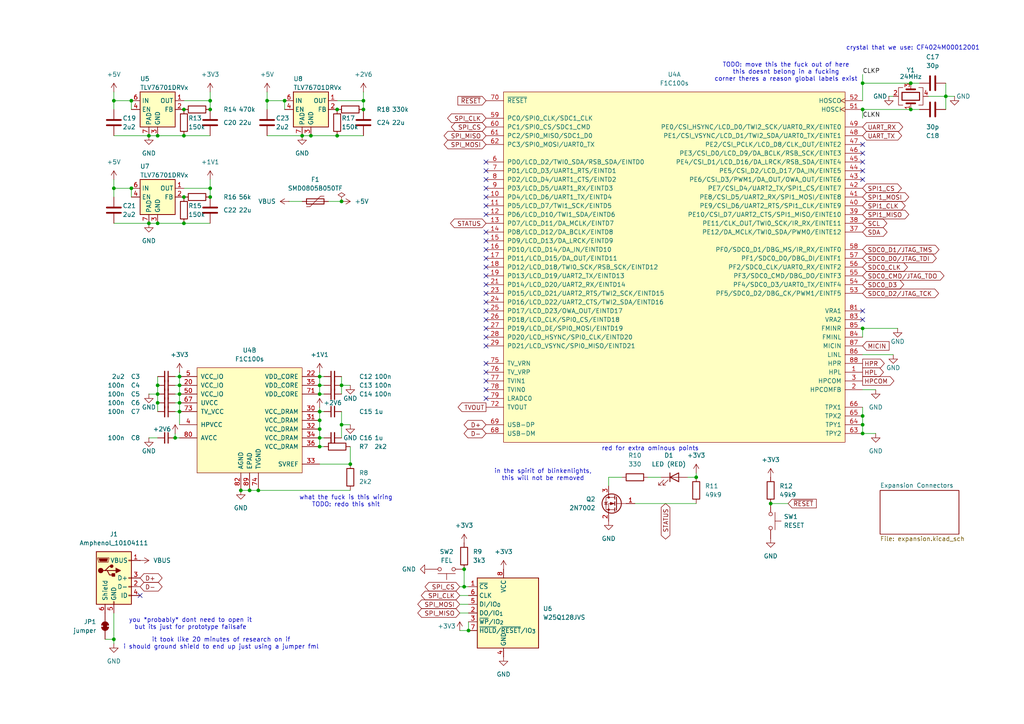
<source format=kicad_sch>
(kicad_sch (version 20250114) (generator "eeschema") (generator_version "9.0")
  (paper "A4")
  (title_block (title "Tux Keychain") (date "2025-05-19") (rev "2"))
  (lib_symbols
    (symbol "Connector:USB_B_Micro" (pin_names (offset 1.016))
      (property "Reference" "J" (at -5.08 11.43 0))
      (property "Value" "USB_B_Micro" (at -5.08 8.89 0))
      (symbol "USB_B_Micro_1_1"
        (pin passive line (at -2.54 -10.16 90) (length 2.54) (name "Shield") (number "6"))
        (pin power_out line (at 0 -10.16 90) (length 2.54) (name "GND") (number "5"))
        (pin power_out line (at 7.62 5.08 180) (length 2.54) (name "VBUS") (number "1"))
        (pin bidirectional line (at 7.62 0 180) (length 2.54) (name "D+") (number "3"))
        (pin bidirectional line (at 7.62 -2.54 180) (length 2.54) (name "D-") (number "2"))
        (pin passive line (at 7.62 -5.08 180) (length 2.54) (name "ID") (number "4"))
      )
    )
    (symbol "Device:C" (pin_numbers (hide yes)) (pin_names (offset 0.254))
      (property "Reference" "C" (at 0.635 2.54 0))
      (property "Value" "C" (at 0.635 -2.54 0))
      (symbol "C_1_1"
        (pin passive line (at 0 3.81 270) (length 2.794) (name "~") (number "1"))
        (pin passive line (at 0 -3.81 90) (length 2.794) (name "~") (number "2"))
      )
    )
    (symbol "Device:C_Small" (pin_numbers (hide yes)) (pin_names (offset 0.254) (hide yes))
      (property "Reference" "C" (at 0.254 1.778 0))
      (property "Value" "C_Small" (at 0.254 -2.032 0))
      (symbol "C_Small_1_1"
        (pin passive line (at 0 2.54 270) (length 2.032) (name "~") (number "1"))
        (pin passive line (at 0 -2.54 90) (length 2.032) (name "~") (number "2"))
      )
    )
    (symbol "Device:Crystal_GND24" (pin_names (offset 1.016) (hide yes))
      (property "Reference" "Y" (at 3.175 5.08 0))
      (property "Value" "Crystal_GND24" (at 3.175 3.175 0))
      (symbol "Crystal_GND24_1_1"
        (pin passive line (at -3.81 0 0) (length 1.27) (name "1") (number "1"))
        (pin passive line (at 0 5.08 270) (length 1.27) (name "2") (number "2"))
        (pin passive line (at 0 -5.08 90) (length 1.27) (name "4") (number "4"))
        (pin passive line (at 3.81 0 180) (length 1.27) (name "3") (number "3"))
      )
    )
    (symbol "Device:LED" (pin_numbers (hide yes)) (pin_names (offset 1.016) (hide yes))
      (property "Reference" "D" (at 0 2.54 0))
      (property "Value" "LED" (at 0 -2.54 0))
      (symbol "LED_1_1"
        (pin passive line (at -3.81 0 0) (length 2.54) (name "K") (number "1"))
        (pin passive line (at 3.81 0 180) (length 2.54) (name "A") (number "2"))
      )
    )
    (symbol "Device:Polyfuse" (pin_numbers (hide yes)) (pin_names (offset 0))
      (property "Reference" "F" (at -2.54 0 90))
      (property "Value" "Polyfuse" (at 2.54 0 90))
      (symbol "Polyfuse_1_1"
        (pin passive line (at 0 3.81 270) (length 1.27) (name "~") (number "1"))
        (pin passive line (at 0 -3.81 90) (length 1.27) (name "~") (number "2"))
      )
    )
    (symbol "Device:R" (pin_numbers (hide yes)) (pin_names (offset 0))
      (property "Reference" "R" (at 2.032 0 90))
      (property "Value" "R" (at 0 0 90))
      (symbol "R_1_1"
        (pin passive line (at 0 3.81 270) (length 1.27) (name "~") (number "1"))
        (pin passive line (at 0 -3.81 90) (length 1.27) (name "~") (number "2"))
      )
    )
    (symbol "Jumper:SolderJumper_2_Bridged" (pin_numbers (hide yes)) (pin_names (offset 0) (hide yes)) (in_bom no)
      (property "Reference" "JP" (at 0 2.032 0))
      (property "Value" "SolderJumper_2_Bridged" (at 0 -2.54 0))
      (symbol "SolderJumper_2_Bridged_1_1"
        (pin passive line (at -3.81 0 0) (length 2.54) (name "A") (number "1"))
        (pin passive line (at 3.81 0 180) (length 2.54) (name "B") (number "2"))
      )
    )
    (symbol "Memory_Flash:W25Q128JVS"
      (property "Reference" "U" (at -6.35 11.43 0))
      (property "Value" "W25Q128JVS" (at 7.62 11.43 0))
      (symbol "W25Q128JVS_1_1"
        (pin input line (at -10.16 7.62 0) (length 2.54) (name "~{CS}") (number "1"))
        (pin input line (at -10.16 5.08 0) (length 2.54) (name "CLK") (number "6"))
        (pin bidirectional line (at -10.16 2.54 0) (length 2.54) (name "DI/IO_{0}") (number "5"))
        (pin bidirectional line (at -10.16 0 0) (length 2.54) (name "DO/IO_{1}") (number "2"))
        (pin bidirectional line (at -10.16 -2.54 0) (length 2.54) (name "~{WP}/IO_{2}") (number "3"))
        (pin bidirectional line (at -10.16 -5.08 0) (length 2.54) (name "~{HOLD}/~{RESET}/IO_{3}") (number "7"))
        (pin power_in line (at 0 12.7 270) (length 2.54) (name "VCC") (number "8"))
        (pin power_in line (at 0 -12.7 90) (length 2.54) (name "GND") (number "4"))
      )
    )
    (symbol "Regulator_Linear:TLV76701DRVx"
      (property "Reference" "U" (at 0 8.89 0))
      (property "Value" "TLV76701DRVx" (at 0 6.35 0))
      (symbol "TLV76701DRVx_1_1"
        (pin power_in line (at -7.62 2.54 0) (length 2.54) (name "IN") (number "6"))
        (pin input line (at -7.62 0 0) (length 2.54) (name "EN") (number "4"))
        (pin passive line (at -2.54 -7.62 90) (length 2.54) (name "PAD") (number "7"))
        (pin power_in line (at 0 -7.62 90) (length 2.54) (name "GND") (number "3"))
        (pin passive line (at 0 -7.62 90) (length 2.54) (hide yes) (name "GND") (number "5"))
        (pin power_out line (at 7.62 2.54 180) (length 2.54) (name "OUT") (number "1"))
        (pin input line (at 7.62 0 180) (length 2.54) (name "FB") (number "2"))
      )
    )
    (symbol "Switch:SW_Push" (pin_numbers (hide yes)) (pin_names (offset 1.016) (hide yes))
      (property "Reference" "SW" (at 1.27 2.54 0))
      (property "Value" "SW_Push" (at 0 -1.524 0))
      (symbol "SW_Push_0_1"
        (pin passive line (at -5.08 0 0) (length 2.54) (name "1") (number "1"))
        (pin passive line (at 5.08 0 180) (length 2.54) (name "2") (number "2"))
      )
    )
    (symbol "Transistor_FET:2N7002" (pin_names (hide yes))
      (property "Reference" "Q" (at 5.08 1.905 0))
      (property "Value" "2N7002" (at 5.08 0 0))
      (symbol "2N7002_1_1"
        (pin input line (at -5.08 0 0) (length 2.54) (name "G") (number "1"))
        (pin passive line (at 2.54 5.08 270) (length 2.54) (name "D") (number "3"))
        (pin passive line (at 2.54 -5.08 90) (length 2.54) (name "S") (number "2"))
      )
    )
    (symbol "power:+1V1" (power) (pin_numbers (hide yes)) (pin_names (offset 0) (hide yes))
      (property "Value" "+1V1" (at 0 3.556 0))
      (symbol "+1V1_1_1"
        (pin power_in line (at 0 0 90) (length 0) (name "~") (number "1"))
      )
    )
    (symbol "power:+3V3" (power) (pin_numbers (hide yes)) (pin_names (offset 0) (hide yes))
      (property "Value" "+3V3" (at 0 3.556 0))
      (symbol "+3V3_1_1"
        (pin power_in line (at 0 0 90) (length 0) (name "~") (number "1"))
      )
    )
    (symbol "power:+5V" (power) (pin_numbers (hide yes)) (pin_names (offset 0) (hide yes))
      (property "Value" "+5V" (at 0 3.556 0))
      (symbol "+5V_1_1"
        (pin power_in line (at 0 0 90) (length 0) (name "~") (number "1"))
      )
    )
    (symbol "power:GND" (power) (pin_numbers (hide yes)) (pin_names (offset 0) (hide yes))
      (property "Value" "GND" (at 0 -3.81 0))
      (symbol "GND_1_1"
        (pin power_in line (at 0 0 270) (length 0) (name "~") (number "1"))
      )
    )
    (symbol "power:PWR_FLAG" (power) (pin_numbers (hide yes)) (pin_names (offset 0) (hide yes))
      (property "Value" "PWR_FLAG" (at 0 3.81 0))
      (symbol "PWR_FLAG_0_0"
        (pin power_out line (at 0 0 90) (length 0) (name "~") (number "1"))
      )
    )
    (symbol "power:VBUS" (power) (pin_numbers (hide yes)) (pin_names (offset 0) (hide yes))
      (property "Value" "VBUS" (at 0 3.556 0))
      (symbol "VBUS_1_1"
        (pin power_in line (at 0 0 90) (length 0) (name "~") (number "1"))
      )
    )
    (symbol "tuxkeychain:+2V6" (power) (pin_numbers (hide yes)) (pin_names (offset 0) (hide yes))
      (property "Value" "+2V6" (at 0 3.556 0))
      (symbol "+2V6_1_1"
        (pin power_in line (at 0 0 90) (length 0) (name "~") (number "1"))
      )
    )
    (symbol "tuxkeychain:F1C100s" (pin_names (offset 1.016))
      (property "Reference" "U" (at 0 1.27 0))
      (property "Value" "F1C100s" (at 0 -1.27 0))
      (symbol "F1C100s_1_0"
        (pin input line (at -53.34 48.26 0) (length 5.08) (name "~{RESET}") (number "70"))
        (pin bidirectional line (at -53.34 43.18 0) (length 5.08) (name "PC0/SPI0_CLK/SDC1_CLK") (number "59"))
        (pin bidirectional line (at -53.34 40.64 0) (length 5.08) (name "PC1/SPI0_CS/SDC1_CMD") (number "60"))
        (pin bidirectional line (at -53.34 38.1 0) (length 5.08) (name "PC2/SPI0_MISO/SDC1_D0") (number "61"))
        (pin bidirectional line (at -53.34 35.56 0) (length 5.08) (name "PC3/SPI0_MOSI/UART0_TX") (number "62"))
        (pin bidirectional line (at -53.34 30.48 0) (length 5.08) (name "PD0/LCD_D2/TWI0_SDA/RSB_SDA/EINTD0") (number "6"))
        (pin bidirectional line (at -53.34 27.94 0) (length 5.08) (name "PD1/LCD_D3/UART1_RTS/EINTD1") (number "7"))
        (pin bidirectional line (at -53.34 25.4 0) (length 5.08) (name "PD2/LCD_D4/UART1_CTS/EINTD2") (number "8"))
        (pin bidirectional line (at -53.34 22.86 0) (length 5.08) (name "PD3/LCD_D5/UART1_RX/EINTD3") (number "9"))
        (pin bidirectional line (at -53.34 20.32 0) (length 5.08) (name "PD4/LCD_D6/UART1_TX/EINTD4") (number "10"))
        (pin bidirectional line (at -53.34 17.78 0) (length 5.08) (name "PD5/LCD_D7/TWI1_SCK/EINTD5") (number "11"))
        (pin bidirectional line (at -53.34 15.24 0) (length 5.08) (name "PD6/LCD_D10/TWI1_SDA/EINTD6") (number "12"))
        (pin bidirectional line (at -53.34 12.7 0) (length 5.08) (name "PD7/LCD_D11/DA_MCLK/EINTD7") (number "13"))
        (pin bidirectional line (at -53.34 10.16 0) (length 5.08) (name "PD8/LCD_D12/DA_BCLK/EINTD8") (number "14"))
        (pin bidirectional line (at -53.34 7.62 0) (length 5.08) (name "PD9/LCD_D13/DA_LRCK/EINTD9") (number "15"))
        (pin bidirectional line (at -53.34 5.08 0) (length 5.08) (name "PD10/LCD_D14/DA_IN/EINTD10") (number "16"))
        (pin bidirectional line (at -53.34 2.54 0) (length 5.08) (name "PD11/LCD_D15/DA_OUT/EINTD11") (number "17"))
        (pin bidirectional line (at -53.34 0 0) (length 5.08) (name "PD12/LCD_D18/TWI0_SCK/RSB_SCK/EINTD12") (number "18"))
        (pin bidirectional line (at -53.34 -2.54 0) (length 5.08) (name "PD13/LCD_D19/UART2_TX/EINTD13") (number "19"))
        (pin bidirectional line (at -53.34 -5.08 0) (length 5.08) (name "PD14/LCD_D20/UART2_RX/EINTD14") (number "21"))
        (pin bidirectional line (at -53.34 -7.62 0) (length 5.08) (name "PD15/LCD_D21/UART2_RTS/TWI2_SCK/EINTD15") (number "23"))
        (pin bidirectional line (at -53.34 -10.16 0) (length 5.08) (name "PD16/LCD_D22/UART2_CTS/TWI2_SDA/EINTD16") (number "24"))
        (pin bidirectional line (at -53.34 -12.7 0) (length 5.08) (name "PD17/LCD_D23/OWA_OUT/EINTD17") (number "25"))
        (pin bidirectional line (at -53.34 -15.24 0) (length 5.08) (name "PD18/LCD_CLK/SPI0_CS/EINTD18") (number "26"))
        (pin bidirectional line (at -53.34 -17.78 0) (length 5.08) (name "PD19/LCD_DE/SPI0_MOSI/EINTD19") (number "27"))
        (pin bidirectional line (at -53.34 -20.32 0) (length 5.08) (name "PD20/LCD_HSYNC/SPI0_CLK/EINTD20") (number "28"))
        (pin bidirectional line (at -53.34 -22.86 0) (length 5.08) (name "PD21/LCD_VSYNC/SPI0_MISO/EINTD21") (number "29"))
        (pin input line (at -53.34 -27.94 0) (length 5.08) (name "TV_VRN") (number "75"))
        (pin input line (at -53.34 -30.48 0) (length 5.08) (name "TV_VRP") (number "76"))
        (pin input line (at -53.34 -33.02 0) (length 5.08) (name "TVIN1") (number "77"))
        (pin input line (at -53.34 -35.56 0) (length 5.08) (name "TVIN0") (number "78"))
        (pin input line (at -53.34 -38.1 0) (length 5.08) (name "LRADC0") (number "79"))
        (pin output line (at -53.34 -40.64 0) (length 5.08) (name "TVOUT") (number "72"))
        (pin bidirectional line (at -53.34 -45.72 0) (length 5.08) (name "USB-DP") (number "69"))
        (pin bidirectional line (at -53.34 -48.26 0) (length 5.08) (name "USB-DM") (number "68"))
        (pin input clock (at 55.88 48.26 180) (length 5.08) (name "HOSCO") (number "52"))
        (pin input clock (at 55.88 45.72 180) (length 5.08) (name "HOSCI") (number "51"))
        (pin bidirectional line (at 55.88 40.64 180) (length 5.08) (name "PE0/CSI_HSYNC/LCD_D0/TWI2_SCK/UART0_RX/EINTE0") (number "49"))
        (pin bidirectional line (at 55.88 38.1 180) (length 5.08) (name "PE1/CSI_VSYNC/LCD_D1/TWI2_SDA/UART0_TX/EINTE1") (number "48"))
        (pin bidirectional line (at 55.88 35.56 180) (length 5.08) (name "PE2/CSI_PCLK/LCD_D8/CLK_OUT/EINTE2") (number "47"))
        (pin bidirectional line (at 55.88 33.02 180) (length 5.08) (name "PE3/CSI_D0/LCD_D9/DA_BCLK/RSB_SCK/EINTE3") (number "46"))
        (pin bidirectional line (at 55.88 30.48 180) (length 5.08) (name "PE4/CSI_D1/LCD_D16/DA_LRCK/RSB_SDA/EINTE4") (number "45"))
        (pin bidirectional line (at 55.88 27.94 180) (length 5.08) (name "PE5/CSI_D2/LCD_D17/DA_IN/EINTE5") (number "44"))
        (pin bidirectional line (at 55.88 25.4 180) (length 5.08) (name "PE6/CSI_D3/PWM1/DA_OUT/OWA_OUT/EINTE6") (number "43"))
        (pin bidirectional line (at 55.88 22.86 180) (length 5.08) (name "PE7/CSI_D4/UART2_TX/SPI1_CS/EINTE7") (number "42"))
        (pin bidirectional line (at 55.88 20.32 180) (length 5.08) (name "PE8/CSI_D5/UART2_RX/SPI1_MOSI/EINTE8") (number "41"))
        (pin bidirectional line (at 55.88 17.78 180) (length 5.08) (name "PE9/CSI_D6/UART2_RTS/SPI1_CLK/EINTE9") (number "40"))
        (pin bidirectional line (at 55.88 15.24 180) (length 5.08) (name "PE10/CSI_D7/UART2_CTS/SPI1_MISO/EINTE10") (number "39"))
        (pin bidirectional line (at 55.88 12.7 180) (length 5.08) (name "PE11/CLK_OUT/TWI0_SCK/IR_RX/EINTE11") (number "38"))
        (pin bidirectional line (at 55.88 10.16 180) (length 5.08) (name "PE12/DA_MCLK/TWI0_SDA/PWM0/EINTE12") (number "37"))
        (pin bidirectional line (at 55.88 5.08 180) (length 5.08) (name "PF0/SDC0_D1/DBG_MS/IR_RX/EINTF0") (number "58"))
        (pin bidirectional line (at 55.88 2.54 180) (length 5.08) (name "PF1/SDC0_D0/DBG_DI/EINTF1") (number "57"))
        (pin bidirectional line (at 55.88 0 180) (length 5.08) (name "PF2/SDC0_CLK/UART0_RX/EINTF2") (number "56"))
        (pin bidirectional line (at 55.88 -2.54 180) (length 5.08) (name "PF3/SDC0_CMD/DBG_DO/EINTF3") (number "55"))
        (pin bidirectional line (at 55.88 -5.08 180) (length 5.08) (name "PF4/SDC0_D3/UART0_TX/EINTF4") (number "54"))
        (pin bidirectional line (at 55.88 -7.62 180) (length 5.08) (name "PF5/SDC0_D2/DBG_CK/PWM1/EINTF5") (number "53"))
        (pin input line (at 55.88 -17.78 180) (length 5.08) (name "FMINR") (number "85"))
        (pin input line (at 55.88 -20.32 180) (length 5.08) (name "FMINL") (number "84"))
        (pin input line (at 55.88 -22.86 180) (length 5.08) (name "MICIN") (number "87"))
        (pin input line (at 55.88 -25.4 180) (length 5.08) (name "LINL") (number "86"))
        (pin output line (at 55.88 -27.94 180) (length 5.08) (name "HPR") (number "88"))
        (pin output line (at 55.88 -30.48 180) (length 5.08) (name "HPL") (number "1"))
        (pin output line (at 55.88 -33.02 180) (length 5.08) (name "HPCOM") (number "3"))
        (pin input line (at 55.88 -35.56 180) (length 5.08) (name "HPCOMFB") (number "2"))
        (pin input line (at 55.88 -40.64 180) (length 5.08) (name "TPX1") (number "66"))
        (pin input line (at 55.88 -43.18 180) (length 5.08) (name "TPX2") (number "65"))
        (pin input line (at 55.88 -45.72 180) (length 5.08) (name "TPY1") (number "64"))
        (pin input line (at 55.88 -48.26 180) (length 5.08) (name "TPY2") (number "63"))
      )
      (symbol "F1C100s_1_1"
        (pin output line (at 55.88 -12.7 180) (length 5.08) (name "VRA1") (number "81"))
        (pin output line (at 55.88 -15.24 180) (length 5.08) (name "VRA2") (number "83"))
      )
      (symbol "F1C100s_2_0"
        (pin power_in line (at -20.32 11.43 0) (length 5.08) (name "VCC_IO") (number "5"))
        (pin power_in line (at -20.32 8.89 0) (length 5.08) (name "VCC_IO") (number "20"))
        (pin power_in line (at -20.32 6.35 0) (length 5.08) (name "VCC_IO") (number "50"))
        (pin power_in line (at -20.32 3.81 0) (length 5.08) (name "UVCC") (number "67"))
        (pin power_in line (at -20.32 1.27 0) (length 5.08) (name "TV_VCC") (number "73"))
        (pin power_in line (at -20.32 -2.54 0) (length 5.08) (name "HPVCC") (number "4"))
        (pin power_in line (at -20.32 -6.35 0) (length 5.08) (name "AVCC") (number "80"))
        (pin power_in line (at -2.54 -21.59 90) (length 5.08) (name "AGND") (number "82"))
        (pin power_in line (at 0 -21.59 90) (length 5.08) (name "EPAD") (number "89"))
        (pin power_in line (at 2.54 -21.59 90) (length 5.08) (name "TVGND") (number "74"))
        (pin power_in line (at 20.32 11.43 180) (length 5.08) (name "VDD_CORE") (number "22"))
        (pin power_in line (at 20.32 8.89 180) (length 5.08) (name "VDD_CORE") (number "35"))
        (pin power_in line (at 20.32 6.35 180) (length 5.08) (name "VDD_CORE") (number "71"))
        (pin power_in line (at 20.32 1.27 180) (length 5.08) (name "VCC_DRAM") (number "30"))
        (pin power_in line (at 20.32 -1.27 180) (length 5.08) (name "VCC_DRAM") (number "31"))
        (pin power_in line (at 20.32 -3.81 180) (length 5.08) (name "VCC_DRAM") (number "32"))
        (pin power_in line (at 20.32 -6.35 180) (length 5.08) (name "VCC_DRAM") (number "34"))
        (pin power_in line (at 20.32 -8.89 180) (length 5.08) (name "VCC_DRAM") (number "36"))
        (pin input line (at 20.32 -13.97 180) (length 5.08) (name "SVREF") (number "33"))
      )
    )
  )
  (text "red for extra ominous points" (at 188.595 130.175 0) (effects (font (size 1.27 1.27))))
  (text "in the spirit of blinkenlights,\nthis will not be removed" (at 157.48 137.795 0) (effects (font (size 1.27 1.27))))
  (text "it took like 20 minutes of research on if\ni should ground shield to end up just using a jumper fml" (at 64.135 186.69 0) (effects (font (size 1.27 1.27))))
  (text "crystal that we use: CF4024M00012001" (at 264.795 13.97 0) (effects (font (size 1.27 1.27))))
  (text "you *probably* dont need to open it\nbut its just for prototype failsafe" (at 55.245 180.975 0) (effects (font (size 1.27 1.27))))
  (text "what the fuck is this wiring\nTODO: redo this shit\n" (at 100.33 145.415 0) (effects (font (size 1.27 1.27))))
  (text "TODO: move this the fuck out of here\nthis doesnt belong in a fucking\ncorner theres a reason global labels exist" (at 227.965 20.955 0) (effects (font (size 1.27 1.27))))
  (junction (at 60.96 31.75))
  (junction (at 53.34 31.75))
  (junction (at 38.1 54.61))
  (junction (at 99.06 123.19))
  (junction (at 52.07 109.22))
  (junction (at 134.62 165.1))
  (junction (at 135.89 182.88))
  (junction (at 101.6 134.62))
  (junction (at 53.34 64.77))
  (junction (at 45.72 114.3))
  (junction (at 92.71 109.22))
  (junction (at 60.96 54.61))
  (junction (at 50.8 127))
  (junction (at 274.32 27.94))
  (junction (at 99.06 111.76))
  (junction (at 43.18 39.37))
  (junction (at 90.17 39.37))
  (junction (at 92.71 124.46))
  (junction (at 250.19 123.19))
  (junction (at 250.19 120.65))
  (junction (at 92.71 121.92))
  (junction (at 60.96 57.15))
  (junction (at 250.19 125.73))
  (junction (at 45.72 111.76))
  (junction (at 69.85 142.24))
  (junction (at 45.72 64.77))
  (junction (at 52.07 116.84))
  (junction (at 92.71 111.76))
  (junction (at 33.02 54.61))
  (junction (at 33.02 29.21))
  (junction (at 43.18 64.77))
  (junction (at 38.1 29.21))
  (junction (at 77.47 29.21))
  (junction (at 45.72 116.84))
  (junction (at 223.52 146.05))
  (junction (at 92.71 114.3))
  (junction (at 92.71 129.54))
  (junction (at 250.19 95.25))
  (junction (at 33.02 185.42))
  (junction (at 52.07 111.76))
  (junction (at 105.41 29.21))
  (junction (at 53.34 57.15))
  (junction (at 105.41 31.75))
  (junction (at 92.71 119.38))
  (junction (at 52.07 119.38))
  (junction (at 87.63 39.37))
  (junction (at 97.79 31.75))
  (junction (at 264.16 24.13))
  (junction (at 264.16 31.75))
  (junction (at 60.96 29.21))
  (junction (at 92.71 127))
  (junction (at 72.39 142.24))
  (junction (at 99.06 58.42))
  (junction (at 134.62 170.18))
  (junction (at 82.55 29.21))
  (junction (at 74.93 142.24))
  (junction (at 250.19 31.75))
  (junction (at 45.72 39.37))
  (junction (at 52.07 114.3))
  (junction (at 250.19 24.13))
  (junction (at 53.34 39.37))
  (junction (at 97.79 39.37))
  (junction (at 201.93 138.43))
  (no_connect (at 250.19 46.99))
  (no_connect (at 140.97 115.57))
  (no_connect (at 140.97 95.25))
  (no_connect (at 250.19 90.17))
  (no_connect (at 140.97 80.01))
  (no_connect (at 140.97 82.55))
  (no_connect (at 140.97 90.17))
  (no_connect (at 250.19 52.07))
  (no_connect (at 250.19 49.53))
  (no_connect (at 40.64 172.72))
  (no_connect (at 140.97 105.41))
  (no_connect (at 140.97 87.63))
  (no_connect (at 140.97 74.93))
  (no_connect (at 140.97 59.69))
  (no_connect (at 140.97 54.61))
  (no_connect (at 140.97 100.33))
  (no_connect (at 140.97 77.47))
  (no_connect (at 140.97 110.49))
  (no_connect (at 140.97 107.95))
  (no_connect (at 140.97 49.53))
  (no_connect (at 140.97 85.09))
  (no_connect (at 140.97 97.79))
  (no_connect (at 140.97 67.31))
  (no_connect (at 140.97 52.07))
  (no_connect (at 140.97 62.23))
  (no_connect (at 140.97 69.85))
  (no_connect (at 140.97 92.71))
  (no_connect (at 140.97 72.39))
  (no_connect (at 140.97 57.15))
  (no_connect (at 140.97 113.03))
  (no_connect (at 250.19 41.91))
  (no_connect (at 140.97 46.99))
  (no_connect (at 250.19 92.71))
  (no_connect (at 250.19 44.45))
  (wire (pts (xy 92.71 121.92) (xy 92.71 124.46)))
  (wire (pts (xy 99.06 123.19) (xy 101.6 123.19)))
  (wire (pts (xy 52.07 119.38) (xy 52.07 123.19)))
  (wire (pts (xy 92.71 107.95) (xy 92.71 109.22)))
  (wire (pts (xy 77.47 29.21) (xy 82.55 29.21)))
  (wire (pts (xy 38.1 29.21) (xy 38.1 31.75)))
  (wire (pts (xy 83.82 58.42) (xy 87.63 58.42)))
  (wire (pts (xy 45.72 127) (xy 43.18 127)))
  (wire (pts (xy 99.06 123.19) (xy 99.06 127)))
  (wire (pts (xy 45.72 114.3) (xy 43.18 114.3)))
  (wire (pts (xy 274.32 24.13) (xy 274.32 27.94)))
  (wire (pts (xy 69.85 142.24) (xy 72.39 142.24)))
  (wire (pts (xy 134.62 170.18) (xy 135.89 170.18)))
  (wire (pts (xy 60.96 29.21) (xy 60.96 31.75)))
  (wire (pts (xy 50.8 127) (xy 52.07 127)))
  (wire (pts (xy 53.34 29.21) (xy 60.96 29.21)))
  (wire (pts (xy 259.08 102.87) (xy 250.19 102.87)))
  (wire (pts (xy 92.71 109.22) (xy 92.71 111.76)))
  (wire (pts (xy 133.35 182.88) (xy 135.89 182.88)))
  (wire (pts (xy 264.16 24.13) (xy 266.7 24.13)))
  (wire (pts (xy 176.53 140.97) (xy 176.53 138.43)))
  (wire (pts (xy 250.19 31.75) (xy 250.19 34.29)))
  (wire (pts (xy 92.71 124.46) (xy 92.71 127)))
  (wire (pts (xy 201.93 138.43) (xy 199.39 138.43)))
  (wire (pts (xy 33.02 29.21) (xy 38.1 29.21)))
  (wire (pts (xy 250.19 24.13) (xy 250.19 29.21)))
  (wire (pts (xy 99.06 111.76) (xy 101.6 111.76)))
  (wire (pts (xy 274.32 27.94) (xy 276.86 27.94)))
  (wire (pts (xy 52.07 109.22) (xy 52.07 111.76)))
  (wire (pts (xy 250.19 118.11) (xy 250.19 120.65)))
  (wire (pts (xy 50.8 109.22) (xy 52.07 109.22)))
  (wire (pts (xy 92.71 127) (xy 93.98 127)))
  (wire (pts (xy 105.41 29.21) (xy 105.41 31.75)))
  (wire (pts (xy 45.72 111.76) (xy 45.72 114.3)))
  (wire (pts (xy 33.02 177.8) (xy 33.02 185.42)))
  (wire (pts (xy 45.72 64.77) (xy 53.34 64.77)))
  (wire (pts (xy 250.19 24.13) (xy 250.19 21.59)))
  (wire (pts (xy 53.34 64.77) (xy 60.96 64.77)))
  (wire (pts (xy 176.53 138.43) (xy 180.34 138.43)))
  (wire (pts (xy 223.52 146.05) (xy 228.6 146.05)))
  (wire (pts (xy 184.15 146.05) (xy 201.93 146.05)))
  (wire (pts (xy 259.08 27.94) (xy 257.81 27.94)))
  (wire (pts (xy 33.02 39.37) (xy 43.18 39.37)))
  (wire (pts (xy 92.71 127) (xy 92.71 129.54)))
  (wire (pts (xy 250.19 113.03) (xy 254 113.03)))
  (wire (pts (xy 33.02 31.75) (xy 33.02 29.21)))
  (wire (pts (xy 45.72 39.37) (xy 53.34 39.37)))
  (wire (pts (xy 92.71 118.11) (xy 92.71 119.38)))
  (wire (pts (xy 43.18 39.37) (xy 45.72 39.37)))
  (wire (pts (xy 99.06 109.22) (xy 99.06 111.76)))
  (wire (pts (xy 60.96 54.61) (xy 60.96 57.15)))
  (wire (pts (xy 50.8 111.76) (xy 52.07 111.76)))
  (wire (pts (xy 92.71 129.54) (xy 93.98 129.54)))
  (wire (pts (xy 95.25 58.42) (xy 99.06 58.42)))
  (wire (pts (xy 92.71 134.62) (xy 101.6 134.62)))
  (wire (pts (xy 92.71 109.22) (xy 93.98 109.22)))
  (wire (pts (xy 53.34 54.61) (xy 60.96 54.61)))
  (wire (pts (xy 99.06 111.76) (xy 99.06 114.3)))
  (wire (pts (xy 77.47 31.75) (xy 77.47 29.21)))
  (wire (pts (xy 101.6 134.62) (xy 101.6 129.54)))
  (wire (pts (xy 33.02 64.77) (xy 43.18 64.77)))
  (wire (pts (xy 60.96 52.07) (xy 60.96 54.61)))
  (wire (pts (xy 250.19 24.13) (xy 264.16 24.13)))
  (wire (pts (xy 97.79 29.21) (xy 105.41 29.21)))
  (wire (pts (xy 50.8 116.84) (xy 52.07 116.84)))
  (wire (pts (xy 133.35 177.8) (xy 135.89 177.8)))
  (wire (pts (xy 274.32 27.94) (xy 274.32 31.75)))
  (wire (pts (xy 135.89 180.34) (xy 135.89 182.88)))
  (wire (pts (xy 53.34 39.37) (xy 60.96 39.37)))
  (wire (pts (xy 260.35 95.25) (xy 250.19 95.25)))
  (wire (pts (xy 52.07 116.84) (xy 52.07 119.38)))
  (wire (pts (xy 250.19 31.75) (xy 264.16 31.75)))
  (wire (pts (xy 92.71 119.38) (xy 93.98 119.38)))
  (wire (pts (xy 30.48 185.42) (xy 33.02 185.42)))
  (wire (pts (xy 33.02 186.69) (xy 33.02 185.42)))
  (wire (pts (xy 43.18 64.77) (xy 45.72 64.77)))
  (wire (pts (xy 187.96 138.43) (xy 191.77 138.43)))
  (wire (pts (xy 77.47 39.37) (xy 87.63 39.37)))
  (wire (pts (xy 33.02 26.67) (xy 33.02 29.21)))
  (wire (pts (xy 38.1 54.61) (xy 38.1 57.15)))
  (wire (pts (xy 60.96 26.67) (xy 60.96 29.21)))
  (wire (pts (xy 72.39 142.24) (xy 74.93 142.24)))
  (wire (pts (xy 92.71 114.3) (xy 93.98 114.3)))
  (wire (pts (xy 50.8 114.3) (xy 52.07 114.3)))
  (wire (pts (xy 250.19 123.19) (xy 250.19 125.73)))
  (wire (pts (xy 250.19 120.65) (xy 250.19 123.19)))
  (wire (pts (xy 264.16 31.75) (xy 266.7 31.75)))
  (wire (pts (xy 45.72 116.84) (xy 45.72 119.38)))
  (wire (pts (xy 74.93 142.24) (xy 101.6 142.24)))
  (wire (pts (xy 92.71 119.38) (xy 92.71 121.92)))
  (wire (pts (xy 134.62 165.1) (xy 134.62 170.18)))
  (wire (pts (xy 50.8 119.38) (xy 52.07 119.38)))
  (wire (pts (xy 52.07 114.3) (xy 52.07 116.84)))
  (wire (pts (xy 90.17 39.37) (xy 97.79 39.37)))
  (wire (pts (xy 50.8 125.73) (xy 50.8 127)))
  (wire (pts (xy 82.55 29.21) (xy 82.55 31.75)))
  (wire (pts (xy 45.72 114.3) (xy 45.72 116.84)))
  (wire (pts (xy 133.35 175.26) (xy 135.89 175.26)))
  (wire (pts (xy 92.71 111.76) (xy 92.71 114.3)))
  (wire (pts (xy 33.02 52.07) (xy 33.02 54.61)))
  (wire (pts (xy 105.41 26.67) (xy 105.41 29.21)))
  (wire (pts (xy 201.93 137.16) (xy 201.93 138.43)))
  (wire (pts (xy 250.19 95.25) (xy 250.19 97.79)))
  (wire (pts (xy 133.35 170.18) (xy 134.62 170.18)))
  (wire (pts (xy 269.24 27.94) (xy 274.32 27.94)))
  (wire (pts (xy 97.79 39.37) (xy 105.41 39.37)))
  (wire (pts (xy 92.71 111.76) (xy 93.98 111.76)))
  (wire (pts (xy 52.07 107.95) (xy 52.07 109.22)))
  (wire (pts (xy 33.02 54.61) (xy 38.1 54.61)))
  (wire (pts (xy 133.35 172.72) (xy 135.89 172.72)))
  (wire (pts (xy 52.07 111.76) (xy 52.07 114.3)))
  (wire (pts (xy 99.06 119.38) (xy 99.06 123.19)))
  (wire (pts (xy 45.72 109.22) (xy 45.72 111.76)))
  (wire (pts (xy 33.02 57.15) (xy 33.02 54.61)))
  (wire (pts (xy 87.63 39.37) (xy 90.17 39.37)))
  (wire (pts (xy 77.47 26.67) (xy 77.47 29.21)))
  (wire (pts (xy 254 125.73) (xy 250.19 125.73)))
  (label "CLKN" (at 250.19 34.29 0))
  (label "CLKP" (at 250.19 21.59 0))
  (global_label "SPI1_MOSI" (shape bidirectional) (at 250.19 57.15 0) (property "Intersheetrefs" "${INTERSHEET_REFS}" (effects (hide yes))))
  (global_label "SPI_CLK" (shape bidirectional) (at 133.35 172.72 180) (property "Intersheetrefs" "${INTERSHEET_REFS}" (effects (hide yes))))
  (global_label "SPI1_MISO" (shape bidirectional) (at 250.19 62.23 0) (property "Intersheetrefs" "${INTERSHEET_REFS}" (effects (hide yes))))
  (global_label "SPI_MISO" (shape bidirectional) (at 140.97 39.37 180) (property "Intersheetrefs" "${INTERSHEET_REFS}" (effects (hide yes))))
  (global_label "STATUS" (shape bidirectional) (at 140.97 64.77 180) (property "Intersheetrefs" "${INTERSHEET_REFS}" (effects (hide yes))))
  (global_label "D-" (shape bidirectional) (at 40.64 170.18 0) (property "Intersheetrefs" "${INTERSHEET_REFS}" (effects (hide yes))))
  (global_label "SPI_CLK" (shape bidirectional) (at 140.97 34.29 180) (property "Intersheetrefs" "${INTERSHEET_REFS}" (effects (hide yes))))
  (global_label "SDC0_CMD{slash}JTAG_TDO" (shape bidirectional) (at 250.19 80.01 0) (property "Intersheetrefs" "${INTERSHEET_REFS}" (effects (hide yes))))
  (global_label "MICIN" (shape input) (at 250.19 100.33 0) (property "Intersheetrefs" "${INTERSHEET_REFS}" (effects (hide yes))))
  (global_label "SPI1_CLK" (shape bidirectional) (at 250.19 59.69 0) (property "Intersheetrefs" "${INTERSHEET_REFS}" (effects (hide yes))))
  (global_label "SPI_MISO" (shape bidirectional) (at 133.35 177.8 180) (property "Intersheetrefs" "${INTERSHEET_REFS}" (effects (hide yes))))
  (global_label "SDC0_D3" (shape bidirectional) (at 250.19 82.55 0) (property "Intersheetrefs" "${INTERSHEET_REFS}" (effects (hide yes))))
  (global_label "~{RESET}" (shape input) (at 140.97 29.21 180) (property "Intersheetrefs" "${INTERSHEET_REFS}" (effects (hide yes))))
  (global_label "D-" (shape bidirectional) (at 140.97 125.73 180) (property "Intersheetrefs" "${INTERSHEET_REFS}" (effects (hide yes))))
  (global_label "~{RESET}" (shape input) (at 228.6 146.05 0) (property "Intersheetrefs" "${INTERSHEET_REFS}" (effects (hide yes))))
  (global_label "STATUS" (shape bidirectional) (at 193.04 146.05 270) (property "Intersheetrefs" "${INTERSHEET_REFS}" (effects (hide yes))))
  (global_label "HPR" (shape output) (at 250.19 105.41 0) (property "Intersheetrefs" "${INTERSHEET_REFS}" (effects (hide yes))))
  (global_label "SPI_MOSI" (shape bidirectional) (at 133.35 175.26 180) (property "Intersheetrefs" "${INTERSHEET_REFS}" (effects (hide yes))))
  (global_label "SPI_MOSI" (shape bidirectional) (at 140.97 41.91 180) (property "Intersheetrefs" "${INTERSHEET_REFS}" (effects (hide yes))))
  (global_label "D+" (shape bidirectional) (at 140.97 123.19 180) (property "Intersheetrefs" "${INTERSHEET_REFS}" (effects (hide yes))))
  (global_label "SDC0_D2{slash}JTAG_TCK" (shape bidirectional) (at 250.19 85.09 0) (property "Intersheetrefs" "${INTERSHEET_REFS}" (effects (hide yes))))
  (global_label "SPI_CS" (shape bidirectional) (at 133.35 170.18 180) (property "Intersheetrefs" "${INTERSHEET_REFS}" (effects (hide yes))))
  (global_label "HPCOM" (shape output) (at 250.19 110.49 0) (property "Intersheetrefs" "${INTERSHEET_REFS}" (effects (hide yes))))
  (global_label "D+" (shape bidirectional) (at 40.64 167.64 0) (property "Intersheetrefs" "${INTERSHEET_REFS}" (effects (hide yes))))
  (global_label "TVOUT" (shape output) (at 140.97 118.11 180) (property "Intersheetrefs" "${INTERSHEET_REFS}" (effects (hide yes))))
  (global_label "SPI_CS" (shape bidirectional) (at 140.97 36.83 180) (property "Intersheetrefs" "${INTERSHEET_REFS}" (effects (hide yes))))
  (global_label "UART_RX" (shape bidirectional) (at 250.19 36.83 0) (property "Intersheetrefs" "${INTERSHEET_REFS}" (effects (hide yes))))
  (global_label "UART_TX" (shape bidirectional) (at 250.19 39.37 0) (property "Intersheetrefs" "${INTERSHEET_REFS}" (effects (hide yes))))
  (global_label "SDC0_D0{slash}JTAG_TDI" (shape bidirectional) (at 250.19 74.93 0) (property "Intersheetrefs" "${INTERSHEET_REFS}" (effects (hide yes))))
  (global_label "SDC0_D1{slash}JTAG_TMS" (shape bidirectional) (at 250.19 72.39 0) (property "Intersheetrefs" "${INTERSHEET_REFS}" (effects (hide yes))))
  (global_label "SCL" (shape bidirectional) (at 250.19 64.77 0) (property "Intersheetrefs" "${INTERSHEET_REFS}" (effects (hide yes))))
  (global_label "SPI1_CS" (shape bidirectional) (at 250.19 54.61 0) (property "Intersheetrefs" "${INTERSHEET_REFS}" (effects (hide yes))))
  (global_label "SDA" (shape bidirectional) (at 250.19 67.31 0) (property "Intersheetrefs" "${INTERSHEET_REFS}" (effects (hide yes))))
  (global_label "HPL" (shape output) (at 250.19 107.95 0) (property "Intersheetrefs" "${INTERSHEET_REFS}" (effects (hide yes))))
  (global_label "SDC0_CLK" (shape bidirectional) (at 250.19 77.47 0) (property "Intersheetrefs" "${INTERSHEET_REFS}" (effects (hide yes))))
  (symbol (lib_id "Device:C") (at 270.51 31.75 90) (mirror x) (unit 1)
    (property "Reference" "C18" (at 270.51 39.37 90))
    (property "Value" "30p" (at 270.51 36.83 90))
    (property "Footprint" "Capacitor_SMD:C_0402_1005Metric" (effects (hide yes)))
    (property "Description" "Unpolarized capacitor" (effects (hide yes)))
  )
  (symbol (lib_id "Device:R") (at 53.34 35.56 0) (unit 1)
    (property "Reference" "R13" (at 54.61 34.29 0) (effects (justify left)))
    (property "Value" "150k" (at 54.61 36.83 0) (effects (justify left)))
    (property "Footprint" "Resistor_SMD:R_0402_1005Metric" (effects (hide yes)))
    (property "Description" "Resistor" (effects (hide yes)))
  )
  (symbol (lib_id "Jumper:SolderJumper_2_Bridged") (at 30.48 181.61 90) (unit 1) (in_bom no)
    (property "Reference" "JP1" (at 27.94 180.3399 90) (effects (justify left)))
    (property "Value" "jumper" (at 27.94 182.8799 90) (effects (justify left)))
    (property "Footprint" "Jumper:SolderJumper-2_P1.3mm_Bridged_RoundedPad1.0x1.5mm" (effects (hide yes)))
    (property "Description" "Solder Jumper, 2-pole, closed/bridged" (effects (hide yes)))
  )
  (symbol (lib_id "power:GND") (at 101.6 123.19 0) (unit 1)
    (property "Reference" "#PWR022" (effects (hide yes)))
    (property "Value" "GND" (at 101.6 127 0))
    (property "Description" "Power symbol creates a global label with name \"GND\" , ground" (effects (hide yes)))
  )
  (symbol (lib_id "power:GND") (at 223.52 156.21 0) (unit 1)
    (property "Reference" "#PWR030" (effects (hide yes)))
    (property "Value" "GND" (at 223.52 161.29 0))
    (property "Description" "Power symbol creates a global label with name \"GND\" , ground" (effects (hide yes)))
  )
  (symbol (lib_id "power:PWR_FLAG") (at 99.06 58.42 0) (unit 1)
    (property "Reference" "#FLG01" (effects (hide yes)))
    (property "Value" "PWR_FLAG" (effects (hide yes)))
    (property "Description" "Special symbol for telling ERC where power comes from" (effects (hide yes)))
  )
  (symbol (lib_id "Device:C") (at 33.02 60.96 0) (unit 1)
    (property "Reference" "C21" (at 35.56 59.69 0) (effects (justify left)))
    (property "Value" "2u2" (at 35.56 62.23 0) (effects (justify left)))
    (property "Footprint" "Capacitor_SMD:C_0402_1005Metric" (effects (hide yes)))
    (property "Description" "Unpolarized capacitor" (effects (hide yes)))
  )
  (symbol (lib_id "Device:C") (at 270.51 24.13 90) (unit 1)
    (property "Reference" "C17" (at 270.51 16.51 90))
    (property "Value" "30p" (at 270.51 19.05 90))
    (property "Footprint" "Capacitor_SMD:C_0402_1005Metric" (effects (hide yes)))
    (property "Description" "Unpolarized capacitor" (effects (hide yes)))
  )
  (symbol (lib_id "Device:C") (at 60.96 60.96 0) (unit 1)
    (property "Reference" "C22" (at 64.77 60.96 0) (effects (justify left)))
    (property "Value" "22u" (at 69.215 60.96 0) (effects (justify left)))
    (property "Footprint" "Capacitor_SMD:C_0402_1005Metric" (effects (hide yes)))
    (property "Description" "Unpolarized capacitor" (effects (hide yes)))
  )
  (symbol (lib_id "Device:R") (at 101.6 138.43 0) (unit 1)
    (property "Reference" "R8" (at 104.14 137.1599 0) (effects (justify left)))
    (property "Value" "2k2" (at 104.14 139.6999 0) (effects (justify left)))
    (property "Footprint" "Resistor_SMD:R_0402_1005Metric" (effects (hide yes)))
    (property "Description" "Resistor" (effects (hide yes)))
  )
  (symbol (lib_id "power:+3V3") (at 52.07 107.95 0) (mirror y) (unit 1)
    (property "Reference" "#PWR09" (effects (hide yes)))
    (property "Value" "+3V3" (at 52.07 102.87 0))
    (property "Description" "Power symbol creates a global label with name \"+3V3\"" (effects (hide yes)))
  )
  (symbol (lib_id "power:+1V1") (at 92.71 107.95 0) (unit 1)
    (property "Reference" "#PWR019" (effects (hide yes)))
    (property "Value" "+1V1" (at 92.71 102.87 0))
    (property "Description" "Power symbol creates a global label with name \"+1V1\"" (effects (hide yes)))
  )
  (symbol (lib_id "Switch:SW_Push") (at 129.54 165.1 180) (unit 1)
    (property "Reference" "SW2" (at 129.54 160.02 0))
    (property "Value" "FEL" (at 129.54 162.56 0))
    (property "Footprint" "Button_Switch_SMD:SW_SPST_B3U-1000P" (effects (hide yes)))
    (property "Description" "Push button switch, generic, two pins" (effects (hide yes)))
  )
  (symbol (lib_id "Device:R") (at 57.15 31.75 90) (unit 1)
    (property "Reference" "R14" (at 64.77 31.75 90) (effects (justify right)))
    (property "Value" "470k" (at 69.215 31.75 90) (effects (justify right)))
    (property "Footprint" "Resistor_SMD:R_0402_1005Metric" (effects (hide yes)))
    (property "Description" "Resistor" (effects (hide yes)))
  )
  (symbol (lib_id "Device:C") (at 77.47 35.56 0) (unit 1)
    (property "Reference" "C23" (at 80.01 34.29 0) (effects (justify left)))
    (property "Value" "2u2" (at 80.01 36.83 0) (effects (justify left)))
    (property "Footprint" "Capacitor_SMD:C_0402_1005Metric" (effects (hide yes)))
    (property "Description" "Unpolarized capacitor" (effects (hide yes)))
  )
  (symbol (lib_id "Transistor_FET:2N7002") (at 179.07 146.05 0) (mirror y) (unit 1)
    (property "Reference" "Q2" (at 172.72 144.7799 0) (effects (justify left)))
    (property "Value" "2N7002" (at 172.72 147.3199 0) (effects (justify left)))
    (property "Footprint" "Package_TO_SOT_SMD:SOT-23" (effects (hide yes)))
    (property "Datasheet" "https://www.onsemi.com/pub/Collateral/NDS7002A-D.PDF" (effects (hide yes)))
    (property "Description" "0.115A Id, 60V Vds, N-Channel MOSFET, SOT-23" (effects (hide yes)))
  )
  (symbol (lib_id "Device:C") (at 60.96 35.56 0) (unit 1)
    (property "Reference" "C20" (at 64.77 35.56 0) (effects (justify left)))
    (property "Value" "22u" (at 69.215 35.56 0) (effects (justify left)))
    (property "Footprint" "Capacitor_SMD:C_0402_1005Metric" (effects (hide yes)))
    (property "Description" "Unpolarized capacitor" (effects (hide yes)))
  )
  (symbol (lib_id "power:VBUS") (at 40.64 162.56 270) (unit 1)
    (property "Reference" "#PWR03" (effects (hide yes)))
    (property "Value" "VBUS" (at 44.45 162.5599 90) (effects (justify left)))
    (property "Description" "Power symbol creates a global label with name \"VBUS\"" (effects (hide yes)))
  )
  (symbol (lib_id "tuxkeychain:F1C100s") (at 72.39 120.65 0) (unit 2)
    (property "Reference" "U4" (at 72.39 101.6 0))
    (property "Value" "F1C100s" (at 72.39 104.14 0))
    (property "Footprint" "tuxkeychain:QFN-88_EP_10x10_Pitch0.4mm" (effects (hide yes)))
  )
  (symbol (lib_id "power:VBUS") (at 83.82 58.42 90) (unit 1)
    (property "Reference" "#PWR010" (effects (hide yes)))
    (property "Value" "VBUS" (at 80.01 58.4199 90) (effects (justify left)))
    (property "Description" "Power symbol creates a global label with name \"VBUS\"" (effects (hide yes)))
  )
  (symbol (lib_id "Device:C_Small") (at 96.52 114.3 90) (unit 1)
    (property "Reference" "C14" (at 104.14 114.3 90) (effects (justify right)))
    (property "Value" "100n" (at 108.585 114.3 90) (effects (justify right)))
    (property "Footprint" "Capacitor_SMD:C_0402_1005Metric" (effects (hide yes)))
    (property "Description" "Unpolarized capacitor, small symbol" (effects (hide yes)))
  )
  (symbol (lib_id "Device:C_Small") (at 96.52 111.76 90) (unit 1)
    (property "Reference" "C13" (at 104.14 111.76 90) (effects (justify right)))
    (property "Value" "100n" (at 108.585 111.76 90) (effects (justify right)))
    (property "Footprint" "Capacitor_SMD:C_0402_1005Metric" (effects (hide yes)))
    (property "Description" "Unpolarized capacitor, small symbol" (effects (hide yes)))
  )
  (symbol (lib_id "Switch:SW_Push") (at 223.52 151.13 270) (unit 1)
    (property "Reference" "SW1" (at 227.33 149.8599 90) (effects (justify left)))
    (property "Value" "RESET" (at 227.33 152.3999 90) (effects (justify left)))
    (property "Footprint" "Button_Switch_SMD:SW_SPST_B3U-1000P" (effects (hide yes)))
    (property "Description" "Push button switch, generic, two pins" (effects (hide yes)))
  )
  (symbol (lib_id "power:+3V3") (at 146.05 165.1 0) (mirror y) (unit 1)
    (property "Reference" "#PWR025" (effects (hide yes)))
    (property "Value" "+3V3" (at 146.05 160.02 0))
    (property "Description" "Power symbol creates a global label with name \"+3V3\"" (effects (hide yes)))
  )
  (symbol (lib_id "power:GND") (at 276.86 27.94 0) (mirror y) (unit 1)
    (property "Reference" "#PWR035" (effects (hide yes)))
    (property "Value" "GND" (at 279.4 27.94 0))
    (property "Description" "Power symbol creates a global label with name \"GND\" , ground" (effects (hide yes)))
  )
  (symbol (lib_id "Device:R") (at 223.52 142.24 180) (unit 1)
    (property "Reference" "R12" (at 226.06 140.9699 0) (effects (justify right)))
    (property "Value" "49k9" (at 226.06 143.5099 0) (effects (justify right)))
    (property "Footprint" "Resistor_SMD:R_0402_1005Metric" (effects (hide yes)))
    (property "Description" "Resistor" (effects (hide yes)))
  )
  (symbol (lib_id "Device:Polyfuse") (at 91.44 58.42 90) (unit 1)
    (property "Reference" "F1" (at 91.44 52.07 90))
    (property "Value" "SMD0805B050TF" (at 91.44 54.61 90))
    (property "Footprint" "Fuse:Fuse_0805_2012Metric" (effects (hide yes)))
    (property "Description" "Resettable fuse, polymeric positive temperature coefficient" (effects (hide yes)))
  )
  (symbol (lib_id "Device:C_Small") (at 48.26 111.76 270) (unit 1)
    (property "Reference" "C4" (at 40.64 111.76 90) (effects (justify right)))
    (property "Value" "100n" (at 36.195 111.76 90) (effects (justify right)))
    (property "Footprint" "Capacitor_SMD:C_0402_1005Metric" (effects (hide yes)))
    (property "Description" "Unpolarized capacitor, small symbol" (effects (hide yes)))
  )
  (symbol (lib_id "power:GND") (at 254 125.73 0) (unit 1)
    (property "Reference" "#PWR033" (effects (hide yes)))
    (property "Value" "GND" (at 254 130.81 0))
    (property "Description" "Power symbol creates a global label with name \"GND\" , ground" (effects (hide yes)))
  )
  (symbol (lib_id "power:GND") (at 43.18 39.37 0) (unit 1)
    (property "Reference" "#PWR036" (effects (hide yes)))
    (property "Value" "GND" (at 43.18 44.45 0))
    (property "Description" "Power symbol creates a global label with name \"GND\" , ground" (effects (hide yes)))
  )
  (symbol (lib_id "power:GND") (at 87.63 39.37 0) (unit 1)
    (property "Reference" "#PWR043" (effects (hide yes)))
    (property "Value" "GND" (at 87.63 44.45 0))
    (property "Description" "Power symbol creates a global label with name \"GND\" , ground" (effects (hide yes)))
  )
  (symbol (lib_id "Regulator_Linear:TLV76701DRVx") (at 90.17 31.75 0) (unit 1)
    (property "Reference" "U8" (at 85.09 22.86 0) (effects (justify left)))
    (property "Value" "TLV76701DRVx" (at 85.09 25.4 0) (effects (justify left)))
    (property "Footprint" "Package_SON:WSON-6-1EP_2x2mm_P0.65mm_EP1x1.6mm" (effects (hide yes)))
    (property "Datasheet" "www.ti.com/lit/gpn/TLV767" (effects (hide yes)))
    (property "Description" "1A, 16V Precision Linear Voltage Regulator, with enable pin, Adjustable Output 0.8-13.6V, WSON-6" (effects (hide yes)))
  )
  (symbol (lib_id "power:GND") (at 69.85 142.24 0) (unit 1)
    (property "Reference" "#PWR015" (effects (hide yes)))
    (property "Value" "GND" (at 69.85 147.32 0))
    (property "Description" "Power symbol creates a global label with name \"GND\" , ground" (effects (hide yes)))
  )
  (symbol (lib_id "Regulator_Linear:TLV76701DRVx") (at 45.72 31.75 0) (unit 1)
    (property "Reference" "U5" (at 40.64 22.86 0) (effects (justify left)))
    (property "Value" "TLV76701DRVx" (at 40.64 25.4 0) (effects (justify left)))
    (property "Footprint" "Package_SON:WSON-6-1EP_2x2mm_P0.65mm_EP1x1.6mm" (effects (hide yes)))
    (property "Datasheet" "www.ti.com/lit/gpn/TLV767" (effects (hide yes)))
    (property "Description" "1A, 16V Precision Linear Voltage Regulator, with enable pin, Adjustable Output 0.8-13.6V, WSON-6" (effects (hide yes)))
  )
  (symbol (lib_id "Device:C_Small") (at 48.26 116.84 270) (unit 1)
    (property "Reference" "C6" (at 40.64 116.84 90) (effects (justify right)))
    (property "Value" "100n" (at 36.195 116.84 90) (effects (justify right)))
    (property "Footprint" "Capacitor_SMD:C_0402_1005Metric" (effects (hide yes)))
    (property "Description" "Unpolarized capacitor, small symbol" (effects (hide yes)))
  )
  (symbol (lib_id "Device:C_Small") (at 48.26 109.22 270) (unit 1)
    (property "Reference" "C3" (at 40.64 109.22 90) (effects (justify right)))
    (property "Value" "2u2" (at 36.195 109.22 90) (effects (justify right)))
    (property "Footprint" "Capacitor_SMD:C_0402_1005Metric" (effects (hide yes)))
    (property "Description" "Unpolarized capacitor, small symbol" (effects (hide yes)))
  )
  (symbol (lib_id "Device:R") (at 134.62 161.29 180) (unit 1)
    (property "Reference" "R9" (at 137.16 160.0199 0) (effects (justify right)))
    (property "Value" "3k3" (at 137.16 162.5599 0) (effects (justify right)))
    (property "Footprint" "Resistor_SMD:R_0402_1005Metric" (effects (hide yes)))
    (property "Description" "Resistor" (effects (hide yes)))
  )
  (symbol (lib_id "Device:R") (at 201.93 142.24 180) (unit 1)
    (property "Reference" "R11" (at 204.47 140.9699 0) (effects (justify right)))
    (property "Value" "49k9" (at 204.47 143.5099 0) (effects (justify right)))
    (property "Footprint" "Resistor_SMD:R_0402_1005Metric" (effects (hide yes)))
    (property "Description" "Resistor" (effects (hide yes)))
  )
  (symbol (lib_id "Device:LED") (at 195.58 138.43 0) (unit 1)
    (property "Reference" "D1" (at 193.9925 132.08 0))
    (property "Value" "LED (RED)" (at 193.9925 134.62 0))
    (property "Footprint" "LED_SMD:LED_0603_1608Metric" (effects (hide yes)))
    (property "Description" "Light emitting diode" (effects (hide yes)))
    (property "Sim.Pins" "1=K 2=A" (effects (hide yes)))
  )
  (symbol (lib_id "Device:R") (at 97.79 129.54 90) (unit 1)
    (property "Reference" "R7" (at 104.14 129.54 90) (effects (justify right)))
    (property "Value" "2k2" (at 108.585 129.54 90) (effects (justify right)))
    (property "Footprint" "Resistor_SMD:R_0402_1005Metric" (effects (hide yes)))
    (property "Description" "Resistor" (effects (hide yes)))
  )
  (symbol (lib_id "Device:C") (at 105.41 35.56 0) (unit 1)
    (property "Reference" "C24" (at 109.22 35.56 0) (effects (justify left)))
    (property "Value" "22u" (at 113.665 35.56 0) (effects (justify left)))
    (property "Footprint" "Capacitor_SMD:C_0402_1005Metric" (effects (hide yes)))
    (property "Description" "Unpolarized capacitor" (effects (hide yes)))
  )
  (symbol (lib_id "Device:C_Small") (at 48.26 127 270) (unit 1)
    (property "Reference" "C8" (at 40.64 127 90) (effects (justify right)))
    (property "Value" "100n" (at 36.195 127 90) (effects (justify right)))
    (property "Footprint" "Capacitor_SMD:C_0402_1005Metric" (effects (hide yes)))
    (property "Description" "Unpolarized capacitor, small symbol" (effects (hide yes)))
  )
  (symbol (lib_id "power:+3V3") (at 201.93 137.16 0) (mirror y) (unit 1)
    (property "Reference" "#PWR028" (effects (hide yes)))
    (property "Value" "+3V3" (at 201.93 132.08 0))
    (property "Description" "Power symbol creates a global label with name \"+3V3\"" (effects (hide yes)))
  )
  (symbol (lib_id "tuxkeychain:+2V6") (at 50.8 125.73 0) (mirror y) (unit 1)
    (property "Reference" "#PWR8" (effects (hide yes)))
    (property "Value" "+2V6" (at 46.99 124.46 0))
    (property "Description" "Power symbol creates a global label with name \"+2V6\"" (effects (hide yes)))
  )
  (symbol (lib_id "power:GND") (at 43.18 114.3 0) (unit 1)
    (property "Reference" "#PWR06" (effects (hide yes)))
    (property "Value" "GND" (at 43.18 118.11 0))
    (property "Description" "Power symbol creates a global label with name \"GND\" , ground" (effects (hide yes)))
  )
  (symbol (lib_id "tuxkeychain:+2V6") (at 92.71 118.11 0) (unit 1)
    (property "Reference" "#PWR20" (effects (hide yes)))
    (property "Value" "+2V6" (at 96.52 116.84 0))
    (property "Description" "Power symbol creates a global label with name \"+2V6\"" (effects (hide yes)))
  )
  (symbol (lib_id "power:GND") (at 254 113.03 0) (unit 1)
    (property "Reference" "#PWR032" (effects (hide yes)))
    (property "Value" "GND" (at 254 118.11 0))
    (property "Description" "Power symbol creates a global label with name \"GND\" , ground" (effects (hide yes)))
  )
  (symbol (lib_id "Device:C_Small") (at 96.52 109.22 90) (unit 1)
    (property "Reference" "C12" (at 104.14 109.22 90) (effects (justify right)))
    (property "Value" "100n" (at 108.585 109.22 90) (effects (justify right)))
    (property "Footprint" "Capacitor_SMD:C_0402_1005Metric" (effects (hide yes)))
    (property "Description" "Unpolarized capacitor, small symbol" (effects (hide yes)))
  )
  (symbol (lib_id "power:GND") (at 33.02 186.69 0) (unit 1)
    (property "Reference" "#PWR01" (effects (hide yes)))
    (property "Value" "GND" (at 33.02 191.77 0))
    (property "Description" "Power symbol creates a global label with name \"GND\" , ground" (effects (hide yes)))
  )
  (symbol (lib_id "power:+3V3") (at 223.52 138.43 0) (mirror y) (unit 1)
    (property "Reference" "#PWR029" (effects (hide yes)))
    (property "Value" "+3V3" (at 223.52 133.35 0))
    (property "Description" "Power symbol creates a global label with name \"+3V3\"" (effects (hide yes)))
  )
  (symbol (lib_id "Memory_Flash:W25Q128JVS") (at 146.05 177.8 0) (unit 1)
    (property "Reference" "U6" (at 157.48 176.5299 0) (effects (justify left)))
    (property "Value" "W25Q128JVS" (at 157.48 179.0699 0) (effects (justify left)))
    (property "Footprint" "Package_SO:SOIC-8_5.3x5.3mm_P1.27mm" (effects (hide yes)))
    (property "Datasheet" "https://www.winbond.com/resource-files/w25q128jv_dtr%20revc%2003272018%20plus.pdf" (effects (hide yes)))
    (property "Description" "128Mbit / 16MiB Serial Flash Memory, Standard/Dual/Quad SPI, 2.7-3.6V, SOIC-8" (effects (hide yes)))
  )
  (symbol (lib_id "tuxkeychain:F1C100s") (at 194.31 77.47 0) (unit 1)
    (property "Reference" "U4" (at 195.58 21.59 0))
    (property "Value" "F1C100s" (at 195.58 24.13 0))
    (property "Footprint" "tuxkeychain:QFN-88_EP_10x10_Pitch0.4mm" (effects (hide yes)))
  )
  (symbol (lib_id "power:GND") (at 257.81 27.94 0) (unit 1)
    (property "Reference" "#PWR034" (effects (hide yes)))
    (property "Value" "GND" (at 255.27 27.94 0))
    (property "Description" "Power symbol creates a global label with name \"GND\" , ground" (effects (hide yes)))
  )
  (symbol (lib_id "Device:C_Small") (at 48.26 119.38 270) (unit 1)
    (property "Reference" "C7" (at 40.64 119.38 90) (effects (justify right)))
    (property "Value" "100n" (at 36.195 119.38 90) (effects (justify right)))
    (property "Footprint" "Capacitor_SMD:C_0402_1005Metric" (effects (hide yes)))
    (property "Description" "Unpolarized capacitor, small symbol" (effects (hide yes)))
  )
  (symbol (lib_id "power:GND") (at 176.53 151.13 0) (unit 1)
    (property "Reference" "#PWR027" (effects (hide yes)))
    (property "Value" "GND" (at 176.53 156.21 0))
    (property "Description" "Power symbol creates a global label with name \"GND\" , ground" (effects (hide yes)))
  )
  (symbol (lib_id "power:GND") (at 259.08 102.87 0) (unit 1)
    (property "Reference" "#PWR016" (effects (hide yes)))
    (property "Value" "GND" (at 259.08 106.68 0))
    (property "Description" "Power symbol creates a global label with name \"GND\" , ground" (effects (hide yes)))
  )
  (symbol (lib_id "power:GND") (at 124.46 165.1 270) (unit 1)
    (property "Reference" "#PWR02" (effects (hide yes)))
    (property "Value" "GND" (at 120.65 165.0999 90) (effects (justify right)))
    (property "Description" "Power symbol creates a global label with name \"GND\" , ground" (effects (hide yes)))
  )
  (symbol (lib_id "power:GND") (at 43.18 64.77 0) (unit 1)
    (property "Reference" "#PWR040" (effects (hide yes)))
    (property "Value" "GND" (at 43.18 69.85 0))
    (property "Description" "Power symbol creates a global label with name \"GND\" , ground" (effects (hide yes)))
  )
  (symbol (lib_id "power:GND") (at 260.35 95.25 0) (unit 1)
    (property "Reference" "#PWR031" (effects (hide yes)))
    (property "Value" "GND" (at 260.35 99.06 0))
    (property "Description" "Power symbol creates a global label with name \"GND\" , ground" (effects (hide yes)))
  )
  (symbol (lib_id "power:+3V3") (at 60.96 26.67 0) (unit 1)
    (property "Reference" "#PWR038" (effects (hide yes)))
    (property "Value" "+3V3" (at 60.96 21.59 0))
    (property "Description" "Power symbol creates a global label with name \"+3V3\"" (effects (hide yes)))
  )
  (symbol (lib_id "power:GND") (at 101.6 111.76 0) (mirror y) (unit 1)
    (property "Reference" "#PWR021" (effects (hide yes)))
    (property "Value" "GND" (at 101.6 115.57 0))
    (property "Description" "Power symbol creates a global label with name \"GND\" , ground" (effects (hide yes)))
  )
  (symbol (lib_id "Device:R") (at 53.34 60.96 0) (unit 1)
    (property "Reference" "R15" (at 54.61 59.69 0) (effects (justify left)))
    (property "Value" "150k" (at 54.61 62.23 0) (effects (justify left)))
    (property "Footprint" "Resistor_SMD:R_0402_1005Metric" (effects (hide yes)))
    (property "Description" "Resistor" (effects (hide yes)))
  )
  (symbol (lib_id "Regulator_Linear:TLV76701DRVx") (at 45.72 57.15 0) (unit 1)
    (property "Reference" "U7" (at 40.64 48.26 0) (effects (justify left)))
    (property "Value" "TLV76701DRVx" (at 40.64 50.8 0) (effects (justify left)))
    (property "Footprint" "Package_SON:WSON-6-1EP_2x2mm_P0.65mm_EP1x1.6mm" (effects (hide yes)))
    (property "Datasheet" "www.ti.com/lit/gpn/TLV767" (effects (hide yes)))
    (property "Description" "1A, 16V Precision Linear Voltage Regulator, with enable pin, Adjustable Output 0.8-13.6V, WSON-6" (effects (hide yes)))
  )
  (symbol (lib_id "power:+3V3") (at 133.35 182.88 0) (mirror y) (unit 1)
    (property "Reference" "#PWR023" (effects (hide yes)))
    (property "Value" "+3V3" (at 129.54 181.61 0))
    (property "Description" "Power symbol creates a global label with name \"+3V3\"" (effects (hide yes)))
  )
  (symbol (lib_id "power:+5V") (at 77.47 26.67 0) (mirror y) (unit 1)
    (property "Reference" "#PWR042" (effects (hide yes)))
    (property "Value" "+5V" (at 77.47 21.59 0))
    (property "Description" "Power symbol creates a global label with name \"+5V\"" (effects (hide yes)))
  )
  (symbol (lib_id "Device:R") (at 57.15 57.15 90) (unit 1)
    (property "Reference" "R16" (at 64.77 57.15 90) (effects (justify right)))
    (property "Value" "56k" (at 69.215 57.15 90) (effects (justify right)))
    (property "Footprint" "Resistor_SMD:R_0402_1005Metric" (effects (hide yes)))
    (property "Description" "Resistor" (effects (hide yes)))
  )
  (symbol (lib_id "Device:C") (at 33.02 35.56 0) (unit 1)
    (property "Reference" "C19" (at 35.56 34.29 0) (effects (justify left)))
    (property "Value" "2u2" (at 35.56 36.83 0) (effects (justify left)))
    (property "Footprint" "Capacitor_SMD:C_0402_1005Metric" (effects (hide yes)))
    (property "Description" "Unpolarized capacitor" (effects (hide yes)))
  )
  (symbol (lib_id "power:+5V") (at 99.06 58.42 270) (unit 1)
    (property "Reference" "#PWR014" (effects (hide yes)))
    (property "Value" "+5V" (at 102.87 58.4199 90) (effects (justify left)))
    (property "Description" "Power symbol creates a global label with name \"+5V\"" (effects (hide yes)))
  )
  (symbol (lib_id "power:+5V") (at 33.02 52.07 0) (mirror y) (unit 1)
    (property "Reference" "#PWR039" (effects (hide yes)))
    (property "Value" "+5V" (at 33.02 46.99 0))
    (property "Description" "Power symbol creates a global label with name \"+5V\"" (effects (hide yes)))
  )
  (symbol (lib_id "Device:R") (at 184.15 138.43 90) (unit 1)
    (property "Reference" "R10" (at 184.15 132.08 90))
    (property "Value" "330" (at 184.15 134.62 90))
    (property "Footprint" "Resistor_SMD:R_0402_1005Metric" (effects (hide yes)))
    (property "Description" "Resistor" (effects (hide yes)))
  )
  (symbol (lib_id "power:+5V") (at 33.02 26.67 0) (mirror y) (unit 1)
    (property "Reference" "#PWR037" (effects (hide yes)))
    (property "Value" "+5V" (at 33.02 21.59 0))
    (property "Description" "Power symbol creates a global label with name \"+5V\"" (effects (hide yes)))
  )
  (symbol (lib_id "tuxkeychain:+2V6") (at 105.41 26.67 0) (unit 1)
    (property "Reference" "#PWR044" (effects (hide yes)))
    (property "Value" "+2V6" (at 105.41 21.59 0))
    (property "Description" "Power symbol creates a global label with name \"+2V6\"" (effects (hide yes)))
  )
  (symbol (lib_id "power:+3V3") (at 134.62 157.48 0) (mirror y) (unit 1)
    (property "Reference" "#PWR024" (effects (hide yes)))
    (property "Value" "+3V3" (at 134.62 152.4 0))
    (property "Description" "Power symbol creates a global label with name \"+3V3\"" (effects (hide yes)))
  )
  (symbol (lib_id "Device:C_Small") (at 48.26 114.3 270) (unit 1)
    (property "Reference" "C5" (at 40.64 114.3 90) (effects (justify right)))
    (property "Value" "100n" (at 36.195 114.3 90) (effects (justify right)))
    (property "Footprint" "Capacitor_SMD:C_0402_1005Metric" (effects (hide yes)))
    (property "Description" "Unpolarized capacitor, small symbol" (effects (hide yes)))
  )
  (symbol (lib_id "power:+1V1") (at 60.96 52.07 0) (unit 1)
    (property "Reference" "#PWR041" (effects (hide yes)))
    (property "Value" "+1V1" (at 60.96 46.99 0))
    (property "Description" "Power symbol creates a global label with name \"+1V1\"" (effects (hide yes)))
  )
  (symbol (lib_id "power:GND") (at 43.18 127 0) (unit 1)
    (property "Reference" "#PWR07" (effects (hide yes)))
    (property "Value" "GND" (at 43.18 130.81 0))
    (property "Description" "Power symbol creates a global label with name \"GND\" , ground" (effects (hide yes)))
  )
  (symbol (lib_id "Device:R") (at 97.79 35.56 0) (unit 1)
    (property "Reference" "R17" (at 99.06 34.29 0) (effects (justify left)))
    (property "Value" "150k" (at 99.06 36.83 0) (effects (justify left)))
    (property "Footprint" "Resistor_SMD:R_0402_1005Metric" (effects (hide yes)))
    (property "Description" "Resistor" (effects (hide yes)))
  )
  (symbol (lib_id "Device:C_Small") (at 96.52 127 90) (unit 1)
    (property "Reference" "C16" (at 104.14 127 90) (effects (justify right)))
    (property "Value" "1u" (at 108.585 127 90) (effects (justify right)))
    (property "Footprint" "Capacitor_SMD:C_0402_1005Metric" (effects (hide yes)))
    (property "Description" "Unpolarized capacitor, small symbol" (effects (hide yes)))
  )
  (symbol (lib_id "Device:Crystal_GND24") (at 264.16 27.94 90) (unit 1)
    (property "Reference" "Y1" (at 264.16 20.32 90))
    (property "Value" "24MHz" (at 264.16 22.225 90))
    (property "Footprint" "Crystal:Crystal_SMD_3225-4Pin_3.2x2.5mm" (effects (hide yes)))
    (property "Description" "Four pin crystal, GND on pins 2 and 4" (effects (hide yes)))
  )
  (symbol (lib_id "Device:C_Small") (at 96.52 119.38 90) (unit 1)
    (property "Reference" "C15" (at 104.14 119.38 90) (effects (justify right)))
    (property "Value" "1u" (at 108.585 119.38 90) (effects (justify right)))
    (property "Footprint" "Capacitor_SMD:C_0402_1005Metric" (effects (hide yes)))
    (property "Description" "Unpolarized capacitor, small symbol" (effects (hide yes)))
  )
  (symbol (lib_id "power:GND") (at 146.05 190.5 0) (unit 1)
    (property "Reference" "#PWR026" (effects (hide yes)))
    (property "Value" "GND" (at 146.05 195.58 0))
    (property "Description" "Power symbol creates a global label with name \"GND\" , ground" (effects (hide yes)))
  )
  (symbol (lib_id "Connector:USB_B_Micro") (at 33.02 167.64 0) (unit 1)
    (property "Reference" "J1" (at 33.02 154.94 0))
    (property "Value" "Amphenol_10104111" (at 33.02 157.48 0))
    (property "Footprint" "tuxkeychain:CONN_10104111-0001LF_AMP" (effects (hide yes)))
    (property "Description" "USB Micro Type B connector" (effects (hide yes)))
  )
  (symbol (lib_id "Device:R") (at 101.6 31.75 90) (unit 1)
    (property "Reference" "R18" (at 109.22 31.75 90) (effects (justify right)))
    (property "Value" "330k" (at 113.665 31.75 90) (effects (justify right)))
    (property "Footprint" "Resistor_SMD:R_0402_1005Metric" (effects (hide yes)))
    (property "Description" "Resistor" (effects (hide yes)))
  )
  (sheet (at 255.27 142.24) (size 22.86 12.7) (stroke (width 0.1524))
    (property "Sheetname" "Expansion Connectors" (at 255.27 141.5284 0) (effects (justify left bottom)))
    (property "Sheetfile" "expansion.kicad_sch" (at 255.27 155.5246 0) (effects (justify left top)))
  )
)
</source>
